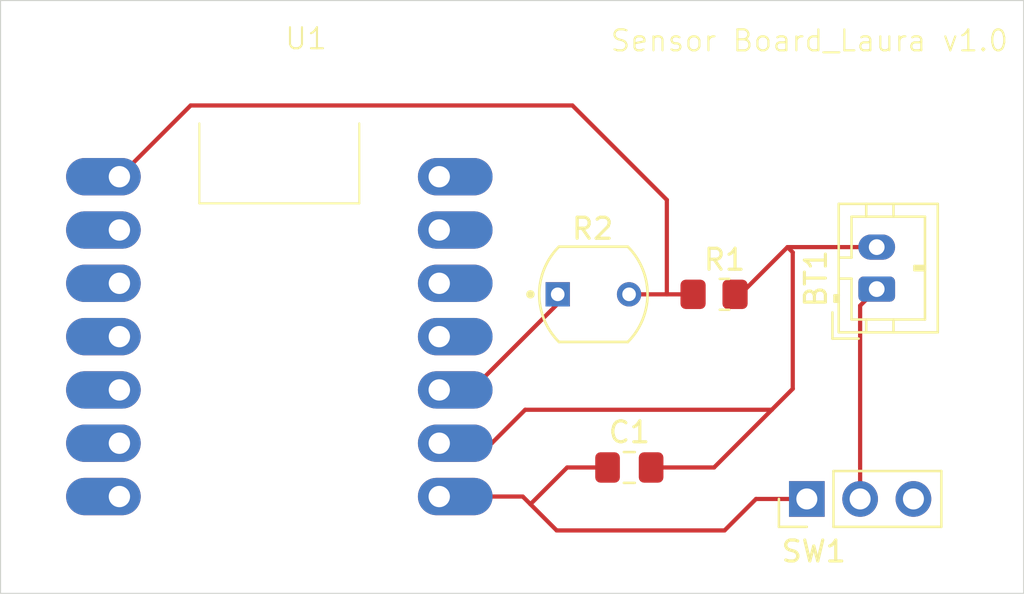
<source format=kicad_pcb>
(kicad_pcb (version 20240108) (generator "pcbnew") (generator_version "8.0")
  (layers (0 "F.Cu" signal) (31 "B.Cu" signal) (34 "B.Paste" user) (35 "F.Paste" user) (36 "B.SilkS" user "B.Silkscreen") (37 "F.SilkS" user "F.Silkscreen") (38 "B.Mask" user) (39 "F.Mask" user) (44 "Edge.Cuts" user))
  (net 0 "")
  (net 1 "Net-(BT1-+)")
  (net 2 "Net-(BT1--)")
  (net 3 "Net-(SW1-A)")
  (net 4 "Net-(U1-PA02_A0_D0)")
  (net 5 "Net-(U1-3V3)")
  (footprint "Connector_JST:JST_PH_B2B-PH-K_1x02_P2.00mm_Vertical" (layer "F.Cu") (at 110.75 65.75 90)
    (property "Reference" "BT1" (at 0.5 -2.9 90) (layer "F.SilkS"))
    (property "Value" "Battery")
    (fp_line (start -1.11 -2.11) (end -2.36 -2.11) (stroke (width 0.12)) (layer "F.SilkS"))
    (fp_line (start -2.36 -2.11) (end -2.36 -0.86) (stroke (width 0.12)) (layer "F.SilkS"))
    (fp_line (start -0.3 -2.01) (end -0.6 -2.01) (stroke (width 0.12)) (layer "F.SilkS"))
    (fp_line (start -0.6 -2.01) (end -0.6 -1.81) (stroke (width 0.12)) (layer "F.SilkS"))
    (fp_line (start -0.3 -1.91) (end -0.6 -1.91) (stroke (width 0.12)) (layer "F.SilkS"))
    (fp_line (start 4.06 -1.81) (end -2.06 -1.81) (stroke (width 0.12)) (layer "F.SilkS"))
    (fp_line (start 0.5 -1.81) (end 0.5 -1.2) (stroke (width 0.12)) (layer "F.SilkS"))
    (fp_line (start -0.3 -1.81) (end -0.3 -2.01) (stroke (width 0.12)) (layer "F.SilkS"))
    (fp_line (start -2.06 -1.81) (end -2.06 2.91) (stroke (width 0.12)) (layer "F.SilkS"))
    (fp_line (start 3.45 -1.2) (end 1.5 -1.2) (stroke (width 0.12)) (layer "F.SilkS"))
    (fp_line (start 1.5 -1.2) (end 1.5 -1.81) (stroke (width 0.12)) (layer "F.SilkS"))
    (fp_line (start 0.5 -1.2) (end -1.45 -1.2) (stroke (width 0.12)) (layer "F.SilkS"))
    (fp_line (start -1.45 -1.2) (end -1.45 2.3) (stroke (width 0.12)) (layer "F.SilkS"))
    (fp_line (start 4.06 -0.5) (end 3.45 -0.5) (stroke (width 0.12)) (layer "F.SilkS"))
    (fp_line (start -2.06 -0.5) (end -1.45 -0.5) (stroke (width 0.12)) (layer "F.SilkS"))
    (fp_line (start 4.06 0.8) (end 3.45 0.8) (stroke (width 0.12)) (layer "F.SilkS"))
    (fp_line (start -2.06 0.8) (end -1.45 0.8) (stroke (width 0.12)) (layer "F.SilkS"))
    (fp_line (start 1.1 1.8) (end 1.1 2.3) (stroke (width 0.12)) (layer "F.SilkS"))
    (fp_line (start 0.9 1.8) (end 1.1 1.8) (stroke (width 0.12)) (layer "F.SilkS"))
    (fp_line (start 3.45 2.3) (end 3.45 -1.2) (stroke (width 0.12)) (layer "F.SilkS"))
    (fp_line (start 1 2.3) (end 1 1.8) (stroke (width 0.12)) (layer "F.SilkS"))
    (fp_line (start 0.9 2.3) (end 0.9 1.8) (stroke (width 0.12)) (layer "F.SilkS"))
    (fp_line (start -1.45 2.3) (end 3.45 2.3) (stroke (width 0.12)) (layer "F.SilkS"))
    (fp_line (start 4.06 2.91) (end 4.06 -1.81) (stroke (width 0.12)) (layer "F.SilkS"))
    (fp_line (start -2.06 2.91) (end 4.06 2.91) (stroke (width 0.12)) (layer "F.SilkS"))
    (pad "1" thru_hole roundrect (at 0 0 90) (size 1.2 1.75) (drill 0.75) (layers "*.Cu" "*.Mask") (roundrect_rratio 0.208333) (net 1 "Net-(BT1-+)"))
    (pad "2" thru_hole oval (at 2 0 90) (size 1.2 1.75) (drill 0.75) (layers "*.Cu" "*.Mask") (net 2 "Net-(BT1--)"))
  )
  (footprint "Resistor_SMD:R_0805_2012Metric_Pad1.20x1.40mm_HandSolder" (layer "F.Cu") (at 103.5 66)
    (property "Reference" "R1" (at 0 -1.65 0) (layer "F.SilkS"))
    (property "Value" "R")
    (fp_line (start -0.227064 -0.735) (end 0.227064 -0.735) (stroke (width 0.12)) (layer "F.SilkS"))
    (fp_line (start -0.227064 0.735) (end 0.227064 0.735) (stroke (width 0.12)) (layer "F.SilkS"))
    (pad "1" smd roundrect (at -1.5 0) (size 1.2 1.4) (layers "F.Cu" "F.Paste" "F.Mask") (roundrect_rratio 0.208333) (net 4 "Net-(U1-PA02_A0_D0)"))
    (pad "2" smd roundrect (at 0.5 0) (size 1.2 1.4) (layers "F.Cu" "F.Paste" "F.Mask") (roundrect_rratio 0.208333) (net 2 "Net-(BT1--)"))
  )
  (footprint "Capacitor_SMD:C_0805_2012Metric_Pad1.18x1.45mm_HandSolder" (layer "F.Cu") (at 98.9625 74.25)
    (property "Reference" "C1" (at 0 -1.68 360) (layer "F.SilkS"))
    (property "Value" "C")
    (fp_line (start -0.261252 -0.735) (end 0.261252 -0.735) (stroke (width 0.12)) (layer "F.SilkS"))
    (fp_line (start -0.261252 0.735) (end 0.261252 0.735) (stroke (width 0.12)) (layer "F.SilkS"))
    (pad "1" smd roundrect (at -1.0375 0) (size 1.175 1.45) (layers "F.Cu" "F.Paste" "F.Mask") (roundrect_rratio 0.212766) (net 3 "Net-(SW1-A)"))
    (pad "2" smd roundrect (at 1.0375 0) (size 1.175 1.45) (layers "F.Cu" "F.Paste" "F.Mask") (roundrect_rratio 0.212766) (net 2 "Net-(BT1--)"))
  )
  (footprint "ESP32c3:XIAO_ESP32_SENSE" (layer "F.Cu") (at 82.285 68.015)
    (property "Reference" "U1" (at 1.27 -14.2 0) (layer "F.SilkS") (effects (font (thickness 0.1))))
    (property "Value" "ESP32C3")
    (fp_line (start -3.81 -10.16) (end -3.81 -6.35) (stroke (width 0.1)) (layer "F.SilkS"))
    (fp_line (start -3.81 -6.35) (end 3.81 -6.35) (stroke (width 0.1)) (layer "F.SilkS"))
    (fp_line (start 3.81 -6.35) (end 3.81 -10.16) (stroke (width 0.1)) (layer "F.SilkS"))
    (pad "1" thru_hole oval (at -7.62 -7.62) (size 3.556 1.778) (drill 1.016 (offset -0.762 0)) (layers "*.Cu" "*.Mask") (net 4 "Net-(U1-PA02_A0_D0)"))
    (pad "2" thru_hole oval (at -7.62 -5.08) (size 3.556 1.778) (drill 1.016 (offset -0.762 0)) (layers "*.Cu" "*.Mask"))
    (pad "3" thru_hole oval (at -7.62 -2.54) (size 3.556 1.778) (drill 1.016 (offset -0.762 0)) (layers "*.Cu" "*.Mask"))
    (pad "4" thru_hole oval (at -7.62 0) (size 3.556 1.778) (drill 1.016 (offset -0.762 0)) (layers "*.Cu" "*.Mask"))
    (pad "5" thru_hole oval (at -7.62 2.54) (size 3.556 1.778) (drill 1.016 (offset -0.762 0)) (layers "*.Cu" "*.Mask"))
    (pad "6" thru_hole oval (at -7.62 5.08) (size 3.556 1.778) (drill 1.016 (offset -0.762 0)) (layers "*.Cu" "*.Mask"))
    (pad "7" thru_hole oval (at -7.62 7.62) (size 3.556 1.778) (drill 1.016 (offset -0.762 0)) (layers "*.Cu" "*.Mask"))
    (pad "8" thru_hole oval (at 7.62 -7.62) (size 3.556 1.778) (drill 1.016 (offset 0.762 0)) (layers "*.Cu" "*.Mask"))
    (pad "9" thru_hole oval (at 7.62 -5.08) (size 3.556 1.778) (drill 1.016 (offset 0.762 0)) (layers "*.Cu" "*.Mask"))
    (pad "10" thru_hole oval (at 7.62 -2.54) (size 3.556 1.778) (drill 1.016 (offset 0.762 0)) (layers "*.Cu" "*.Mask"))
    (pad "11" thru_hole oval (at 7.62 0) (size 3.556 1.778) (drill 1.016 (offset 0.762 0)) (layers "*.Cu" "*.Mask"))
    (pad "12" thru_hole oval (at 7.62 2.54) (size 3.556 1.778) (drill 1.016 (offset 0.762 0)) (layers "*.Cu" "*.Mask") (net 5 "Net-(U1-3V3)"))
    (pad "13" thru_hole oval (at 7.62 5.08) (size 3.556 1.778) (drill 1.016 (offset 0.762 0)) (layers "*.Cu" "*.Mask") (net 2 "Net-(BT1--)"))
    (pad "14" thru_hole oval (at 7.62 7.62) (size 3.556 1.778) (drill 1.016 (offset 0.762 0)) (layers "*.Cu" "*.Mask") (net 3 "Net-(SW1-A)"))
  )
  (footprint "CDS:PHODET_PDV-P8103" (layer "F.Cu") (at 97.25 66)
    (property "Reference" "R2" (at -0.035 -3.12761 0) (layer "F.SilkS") (effects (font (size 1.000819 1.000819))))
    (property "Value" "CDS")
    (fp_line (start -1.64 -2.27) (end 1.64 -2.27) (stroke (width 0.127)) (layer "F.SilkS"))
    (fp_line (start 1.64 2.27) (end -1.64 2.27) (stroke (width 0.127)) (layer "F.SilkS"))
    (fp_arc (start -1.64 2.27) (mid -2.580265 0) (end -1.64 -2.27) (stroke (width 0.127)) (layer "F.SilkS"))
    (fp_arc (start 1.64 -2.27) (mid 2.580265 0) (end 1.64 2.27) (stroke (width 0.127)) (layer "F.SilkS"))
    (fp_circle (center -3 0) (end -2.9 0) (stroke (width 0.2)) (fill none) (layer "F.SilkS"))
    (pad "1" thru_hole rect (at -1.7 0) (size 1.158 1.158) (drill 0.65) (layers "*.Cu" "*.Mask") (net 5 "Net-(U1-3V3)"))
    (pad "2" thru_hole circle (at 1.7 0) (size 1.158 1.158) (drill 0.65) (layers "*.Cu" "*.Mask") (net 4 "Net-(U1-PA02_A0_D0)"))
  )
  (footprint "Connector_PinHeader_2.54mm:PinHeader_1x03_P2.54mm_Vertical" (layer "F.Cu") (at 107.42 75.75 90)
    (property "Reference" "SW1" (at -2.5 0.33 0) (layer "F.SilkS"))
    (property "Value" "SW_SPDT")
    (fp_line (start -1.33 -1.33) (end 0 -1.33) (stroke (width 0.12)) (layer "F.SilkS"))
    (fp_line (start -1.33 0) (end -1.33 -1.33) (stroke (width 0.12)) (layer "F.SilkS"))
    (fp_line (start 1.33 1.27) (end 1.33 6.41) (stroke (width 0.12)) (layer "F.SilkS"))
    (fp_line (start -1.33 1.27) (end 1.33 1.27) (stroke (width 0.12)) (layer "F.SilkS"))
    (fp_line (start -1.33 1.27) (end -1.33 6.41) (stroke (width 0.12)) (layer "F.SilkS"))
    (fp_line (start -1.33 6.41) (end 1.33 6.41) (stroke (width 0.12)) (layer "F.SilkS"))
    (pad "1" thru_hole rect (at 0 0 90) (size 1.7 1.7) (drill 1) (layers "*.Cu" "*.Mask") (net 3 "Net-(SW1-A)"))
    (pad "2" thru_hole oval (at 0 2.54 90) (size 1.7 1.7) (drill 1) (layers "*.Cu" "*.Mask") (net 1 "Net-(BT1-+)"))
    (pad "3" thru_hole oval (at 0 5.08 90) (size 1.7 1.7) (drill 1) (layers "*.Cu" "*.Mask"))
  )
  (gr_rect (start 69 52) (end 117.75 80.25) (stroke (width 0.05)) (fill none) (layer "Edge.Cuts"))
  (gr_text "Sensor Board_Laura v1.0" (at 98 54.5 0) (layer "F.SilkS") (effects (font (size 1 1) (thickness 0.1)) (justify left bottom)))
  (segment (start 109.96 66.54) (end 109.96 75.75) (width 0.2) (layer "F.Cu") (net 1))
  (segment (start 110.75 65.75) (end 109.96 66.54) (width 0.2) (layer "F.Cu") (net 1))
  (segment (start 94 71.5) (end 105.75 71.5) (width 0.2) (layer "F.Cu") (net 2))
  (segment (start 104.25 66) (end 106.5 63.75) (width 0.2) (layer "F.Cu") (net 2))
  (segment (start 106.75 70.5) (end 106.75 64) (width 0.2) (layer "F.Cu") (net 2))
  (segment (start 110.75 63.75) (end 106.5 63.75) (width 0.2) (layer "F.Cu") (net 2))
  (segment (start 103 74.25) (end 105.75 71.5) (width 0.2) (layer "F.Cu") (net 2))
  (segment (start 105.75 71.5) (end 106.75 70.5) (width 0.2) (layer "F.Cu") (net 2))
  (segment (start 89.905 73.095) (end 92.405 73.095) (width 0.2) (layer "F.Cu") (net 2))
  (segment (start 100 74.25) (end 103 74.25) (width 0.2) (layer "F.Cu") (net 2))
  (segment (start 110.5 64) (end 110.75 63.75) (width 0.2) (layer "F.Cu") (net 2))
  (segment (start 106.75 64) (end 106.5 63.75) (width 0.2) (layer "F.Cu") (net 2))
  (segment (start 92.405 73.095) (end 94 71.5) (width 0.2) (layer "F.Cu") (net 2))
  (segment (start 97.925 74.25) (end 96 74.25) (width 0.2) (layer "F.Cu") (net 3))
  (segment (start 89.905 75.635) (end 93.885 75.635) (width 0.2) (layer "F.Cu") (net 3))
  (segment (start 93.885 75.635) (end 94.25 76) (width 0.2) (layer "F.Cu") (net 3))
  (segment (start 89.905 75.635) (end 90.02 75.75) (width 0.2) (layer "F.Cu") (net 3))
  (segment (start 103.5 77.25) (end 105 75.75) (width 0.2) (layer "F.Cu") (net 3))
  (segment (start 94.25 76) (end 95.5 77.25) (width 0.2) (layer "F.Cu") (net 3))
  (segment (start 96 74.25) (end 94.25 76) (width 0.2) (layer "F.Cu") (net 3))
  (segment (start 95.5 77.25) (end 103.5 77.25) (width 0.2) (layer "F.Cu") (net 3))
  (segment (start 105 75.75) (end 107.42 75.75) (width 0.2) (layer "F.Cu") (net 3))
  (segment (start 96.25 57) (end 78.06 57) (width 0.2) (layer "F.Cu") (net 4))
  (segment (start 74.665 60.395) (end 73.895 60.395) (width 0.2) (layer "F.Cu") (net 4))
  (segment (start 100.75 66) (end 102.25 66) (width 0.2) (layer "F.Cu") (net 4))
  (segment (start 100.75 61.5) (end 100.75 66) (width 0.2) (layer "F.Cu") (net 4))
  (segment (start 96.25 57) (end 100.75 61.5) (width 0.2) (layer "F.Cu") (net 4))
  (segment (start 98.95 66) (end 100.75 66) (width 0.2) (layer "F.Cu") (net 4))
  (segment (start 78.06 57) (end 74.665 60.395) (width 0.2) (layer "F.Cu") (net 4))
  (segment (start 89.905 70.555) (end 92.045 70.555) (width 0.2) (layer "F.Cu") (net 5))
  (segment (start 95.55 66.45) (end 95.55 66) (width 0.2) (layer "F.Cu") (net 5))
  (segment (start 91.445 70.555) (end 95.55 66.45) (width 0.2) (layer "F.Cu") (net 5))
  (segment (start 89.905 70.555) (end 91.445 70.555) (width 0.2) (layer "F.Cu") (net 5))
)
</source>
